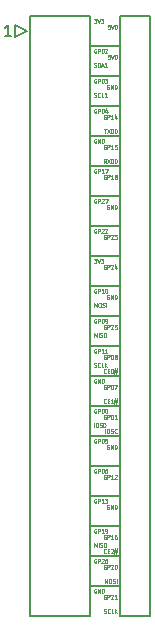
<source format=gbr>
G04 #@! TF.FileFunction,Legend,Top*
%FSLAX46Y46*%
G04 Gerber Fmt 4.6, Leading zero omitted, Abs format (unit mm)*
G04 Created by KiCad (PCBNEW 4.0.2+dfsg1-stable) date Sat 24 Sep 2016 11:32:42 AM MDT*
%MOMM*%
G01*
G04 APERTURE LIST*
%ADD10C,0.100000*%
%ADD11C,0.063500*%
%ADD12C,0.127000*%
%ADD13C,0.150000*%
G04 APERTURE END LIST*
D10*
D11*
X132098143Y-149326600D02*
X132067905Y-149308457D01*
X132022548Y-149308457D01*
X131977190Y-149326600D01*
X131946952Y-149362886D01*
X131931833Y-149399171D01*
X131916714Y-149471743D01*
X131916714Y-149526171D01*
X131931833Y-149598743D01*
X131946952Y-149635029D01*
X131977190Y-149671314D01*
X132022548Y-149689457D01*
X132052786Y-149689457D01*
X132098143Y-149671314D01*
X132113262Y-149653171D01*
X132113262Y-149526171D01*
X132052786Y-149526171D01*
X132249333Y-149689457D02*
X132249333Y-149308457D01*
X132370286Y-149308457D01*
X132400524Y-149326600D01*
X132415643Y-149344743D01*
X132430762Y-149381029D01*
X132430762Y-149435457D01*
X132415643Y-149471743D01*
X132400524Y-149489886D01*
X132370286Y-149508029D01*
X132249333Y-149508029D01*
X132551714Y-149344743D02*
X132566833Y-149326600D01*
X132597071Y-149308457D01*
X132672667Y-149308457D01*
X132702905Y-149326600D01*
X132718024Y-149344743D01*
X132733143Y-149381029D01*
X132733143Y-149417314D01*
X132718024Y-149471743D01*
X132536595Y-149689457D01*
X132733143Y-149689457D01*
X133035524Y-149689457D02*
X132854095Y-149689457D01*
X132944809Y-149689457D02*
X132944809Y-149308457D01*
X132914571Y-149362886D01*
X132884333Y-149399171D01*
X132854095Y-149417314D01*
X131962071Y-150865114D02*
X132007428Y-150883257D01*
X132083024Y-150883257D01*
X132113262Y-150865114D01*
X132128381Y-150846971D01*
X132143500Y-150810686D01*
X132143500Y-150774400D01*
X132128381Y-150738114D01*
X132113262Y-150719971D01*
X132083024Y-150701829D01*
X132022547Y-150683686D01*
X131992309Y-150665543D01*
X131977190Y-150647400D01*
X131962071Y-150611114D01*
X131962071Y-150574829D01*
X131977190Y-150538543D01*
X131992309Y-150520400D01*
X132022547Y-150502257D01*
X132098143Y-150502257D01*
X132143500Y-150520400D01*
X132461000Y-150846971D02*
X132445881Y-150865114D01*
X132400524Y-150883257D01*
X132370286Y-150883257D01*
X132324928Y-150865114D01*
X132294690Y-150828829D01*
X132279571Y-150792543D01*
X132264452Y-150719971D01*
X132264452Y-150665543D01*
X132279571Y-150592971D01*
X132294690Y-150556686D01*
X132324928Y-150520400D01*
X132370286Y-150502257D01*
X132400524Y-150502257D01*
X132445881Y-150520400D01*
X132461000Y-150538543D01*
X132748262Y-150883257D02*
X132597071Y-150883257D01*
X132597071Y-150502257D01*
X132854095Y-150883257D02*
X132854095Y-150502257D01*
X133035524Y-150883257D02*
X132899452Y-150665543D01*
X133035524Y-150502257D02*
X132854095Y-150719971D01*
X131305905Y-148818600D02*
X131275667Y-148800457D01*
X131230310Y-148800457D01*
X131184952Y-148818600D01*
X131154714Y-148854886D01*
X131139595Y-148891171D01*
X131124476Y-148963743D01*
X131124476Y-149018171D01*
X131139595Y-149090743D01*
X131154714Y-149127029D01*
X131184952Y-149163314D01*
X131230310Y-149181457D01*
X131260548Y-149181457D01*
X131305905Y-149163314D01*
X131321024Y-149145171D01*
X131321024Y-149018171D01*
X131260548Y-149018171D01*
X131457095Y-149181457D02*
X131457095Y-148800457D01*
X131638524Y-149181457D01*
X131638524Y-148800457D01*
X131789714Y-149181457D02*
X131789714Y-148800457D01*
X131865309Y-148800457D01*
X131910667Y-148818600D01*
X131940905Y-148854886D01*
X131956024Y-148891171D01*
X131971143Y-148963743D01*
X131971143Y-149018171D01*
X131956024Y-149090743D01*
X131940905Y-149127029D01*
X131910667Y-149163314D01*
X131865309Y-149181457D01*
X131789714Y-149181457D01*
X132098143Y-146786600D02*
X132067905Y-146768457D01*
X132022548Y-146768457D01*
X131977190Y-146786600D01*
X131946952Y-146822886D01*
X131931833Y-146859171D01*
X131916714Y-146931743D01*
X131916714Y-146986171D01*
X131931833Y-147058743D01*
X131946952Y-147095029D01*
X131977190Y-147131314D01*
X132022548Y-147149457D01*
X132052786Y-147149457D01*
X132098143Y-147131314D01*
X132113262Y-147113171D01*
X132113262Y-146986171D01*
X132052786Y-146986171D01*
X132249333Y-147149457D02*
X132249333Y-146768457D01*
X132370286Y-146768457D01*
X132400524Y-146786600D01*
X132415643Y-146804743D01*
X132430762Y-146841029D01*
X132430762Y-146895457D01*
X132415643Y-146931743D01*
X132400524Y-146949886D01*
X132370286Y-146968029D01*
X132249333Y-146968029D01*
X132551714Y-146804743D02*
X132566833Y-146786600D01*
X132597071Y-146768457D01*
X132672667Y-146768457D01*
X132702905Y-146786600D01*
X132718024Y-146804743D01*
X132733143Y-146841029D01*
X132733143Y-146877314D01*
X132718024Y-146931743D01*
X132536595Y-147149457D01*
X132733143Y-147149457D01*
X132929690Y-146768457D02*
X132959929Y-146768457D01*
X132990167Y-146786600D01*
X133005286Y-146804743D01*
X133020405Y-146841029D01*
X133035524Y-146913600D01*
X133035524Y-147004314D01*
X133020405Y-147076886D01*
X133005286Y-147113171D01*
X132990167Y-147131314D01*
X132959929Y-147149457D01*
X132929690Y-147149457D01*
X132899452Y-147131314D01*
X132884333Y-147113171D01*
X132869214Y-147076886D01*
X132854095Y-147004314D01*
X132854095Y-146913600D01*
X132869214Y-146841029D01*
X132884333Y-146804743D01*
X132899452Y-146786600D01*
X132929690Y-146768457D01*
X132022548Y-148343257D02*
X132022548Y-147962257D01*
X132128382Y-148234400D01*
X132234215Y-147962257D01*
X132234215Y-148343257D01*
X132445881Y-147962257D02*
X132506358Y-147962257D01*
X132536596Y-147980400D01*
X132566834Y-148016686D01*
X132581953Y-148089257D01*
X132581953Y-148216257D01*
X132566834Y-148288829D01*
X132536596Y-148325114D01*
X132506358Y-148343257D01*
X132445881Y-148343257D01*
X132415643Y-148325114D01*
X132385405Y-148288829D01*
X132370286Y-148216257D01*
X132370286Y-148089257D01*
X132385405Y-148016686D01*
X132415643Y-147980400D01*
X132445881Y-147962257D01*
X132702905Y-148325114D02*
X132748262Y-148343257D01*
X132823858Y-148343257D01*
X132854096Y-148325114D01*
X132869215Y-148306971D01*
X132884334Y-148270686D01*
X132884334Y-148234400D01*
X132869215Y-148198114D01*
X132854096Y-148179971D01*
X132823858Y-148161829D01*
X132763381Y-148143686D01*
X132733143Y-148125543D01*
X132718024Y-148107400D01*
X132702905Y-148071114D01*
X132702905Y-148034829D01*
X132718024Y-147998543D01*
X132733143Y-147980400D01*
X132763381Y-147962257D01*
X132838977Y-147962257D01*
X132884334Y-147980400D01*
X133020405Y-148343257D02*
X133020405Y-147962257D01*
X131305905Y-146278600D02*
X131275667Y-146260457D01*
X131230310Y-146260457D01*
X131184952Y-146278600D01*
X131154714Y-146314886D01*
X131139595Y-146351171D01*
X131124476Y-146423743D01*
X131124476Y-146478171D01*
X131139595Y-146550743D01*
X131154714Y-146587029D01*
X131184952Y-146623314D01*
X131230310Y-146641457D01*
X131260548Y-146641457D01*
X131305905Y-146623314D01*
X131321024Y-146605171D01*
X131321024Y-146478171D01*
X131260548Y-146478171D01*
X131457095Y-146641457D02*
X131457095Y-146260457D01*
X131578048Y-146260457D01*
X131608286Y-146278600D01*
X131623405Y-146296743D01*
X131638524Y-146333029D01*
X131638524Y-146387457D01*
X131623405Y-146423743D01*
X131608286Y-146441886D01*
X131578048Y-146460029D01*
X131457095Y-146460029D01*
X131759476Y-146296743D02*
X131774595Y-146278600D01*
X131804833Y-146260457D01*
X131880429Y-146260457D01*
X131910667Y-146278600D01*
X131925786Y-146296743D01*
X131940905Y-146333029D01*
X131940905Y-146369314D01*
X131925786Y-146423743D01*
X131744357Y-146641457D01*
X131940905Y-146641457D01*
X132213048Y-146260457D02*
X132152571Y-146260457D01*
X132122333Y-146278600D01*
X132107214Y-146296743D01*
X132076976Y-146351171D01*
X132061857Y-146423743D01*
X132061857Y-146568886D01*
X132076976Y-146605171D01*
X132092095Y-146623314D01*
X132122333Y-146641457D01*
X132182810Y-146641457D01*
X132213048Y-146623314D01*
X132228167Y-146605171D01*
X132243286Y-146568886D01*
X132243286Y-146478171D01*
X132228167Y-146441886D01*
X132213048Y-146423743D01*
X132182810Y-146405600D01*
X132122333Y-146405600D01*
X132092095Y-146423743D01*
X132076976Y-146441886D01*
X132061857Y-146478171D01*
X132098143Y-144246600D02*
X132067905Y-144228457D01*
X132022548Y-144228457D01*
X131977190Y-144246600D01*
X131946952Y-144282886D01*
X131931833Y-144319171D01*
X131916714Y-144391743D01*
X131916714Y-144446171D01*
X131931833Y-144518743D01*
X131946952Y-144555029D01*
X131977190Y-144591314D01*
X132022548Y-144609457D01*
X132052786Y-144609457D01*
X132098143Y-144591314D01*
X132113262Y-144573171D01*
X132113262Y-144446171D01*
X132052786Y-144446171D01*
X132249333Y-144609457D02*
X132249333Y-144228457D01*
X132370286Y-144228457D01*
X132400524Y-144246600D01*
X132415643Y-144264743D01*
X132430762Y-144301029D01*
X132430762Y-144355457D01*
X132415643Y-144391743D01*
X132400524Y-144409886D01*
X132370286Y-144428029D01*
X132249333Y-144428029D01*
X132733143Y-144609457D02*
X132551714Y-144609457D01*
X132642428Y-144609457D02*
X132642428Y-144228457D01*
X132612190Y-144282886D01*
X132581952Y-144319171D01*
X132551714Y-144337314D01*
X133005286Y-144228457D02*
X132944809Y-144228457D01*
X132914571Y-144246600D01*
X132899452Y-144264743D01*
X132869214Y-144319171D01*
X132854095Y-144391743D01*
X132854095Y-144536886D01*
X132869214Y-144573171D01*
X132884333Y-144591314D01*
X132914571Y-144609457D01*
X132975048Y-144609457D01*
X133005286Y-144591314D01*
X133020405Y-144573171D01*
X133035524Y-144536886D01*
X133035524Y-144446171D01*
X133020405Y-144409886D01*
X133005286Y-144391743D01*
X132975048Y-144373600D01*
X132914571Y-144373600D01*
X132884333Y-144391743D01*
X132869214Y-144409886D01*
X132854095Y-144446171D01*
X132128381Y-145766971D02*
X132113262Y-145785114D01*
X132067905Y-145803257D01*
X132037667Y-145803257D01*
X131992309Y-145785114D01*
X131962071Y-145748829D01*
X131946952Y-145712543D01*
X131931833Y-145639971D01*
X131931833Y-145585543D01*
X131946952Y-145512971D01*
X131962071Y-145476686D01*
X131992309Y-145440400D01*
X132037667Y-145422257D01*
X132067905Y-145422257D01*
X132113262Y-145440400D01*
X132128381Y-145458543D01*
X132264452Y-145603686D02*
X132370286Y-145603686D01*
X132415643Y-145803257D02*
X132264452Y-145803257D01*
X132264452Y-145422257D01*
X132415643Y-145422257D01*
X132536595Y-145458543D02*
X132551714Y-145440400D01*
X132581952Y-145422257D01*
X132657548Y-145422257D01*
X132687786Y-145440400D01*
X132702905Y-145458543D01*
X132718024Y-145494829D01*
X132718024Y-145531114D01*
X132702905Y-145585543D01*
X132521476Y-145803257D01*
X132718024Y-145803257D01*
X132838976Y-145549257D02*
X133065762Y-145549257D01*
X132929690Y-145385971D02*
X132838976Y-145875829D01*
X133035524Y-145712543D02*
X132808738Y-145712543D01*
X132944810Y-145875829D02*
X133035524Y-145385971D01*
X131305905Y-143738600D02*
X131275667Y-143720457D01*
X131230310Y-143720457D01*
X131184952Y-143738600D01*
X131154714Y-143774886D01*
X131139595Y-143811171D01*
X131124476Y-143883743D01*
X131124476Y-143938171D01*
X131139595Y-144010743D01*
X131154714Y-144047029D01*
X131184952Y-144083314D01*
X131230310Y-144101457D01*
X131260548Y-144101457D01*
X131305905Y-144083314D01*
X131321024Y-144065171D01*
X131321024Y-143938171D01*
X131260548Y-143938171D01*
X131457095Y-144101457D02*
X131457095Y-143720457D01*
X131578048Y-143720457D01*
X131608286Y-143738600D01*
X131623405Y-143756743D01*
X131638524Y-143793029D01*
X131638524Y-143847457D01*
X131623405Y-143883743D01*
X131608286Y-143901886D01*
X131578048Y-143920029D01*
X131457095Y-143920029D01*
X131940905Y-144101457D02*
X131759476Y-144101457D01*
X131850190Y-144101457D02*
X131850190Y-143720457D01*
X131819952Y-143774886D01*
X131789714Y-143811171D01*
X131759476Y-143829314D01*
X132092095Y-144101457D02*
X132152571Y-144101457D01*
X132182810Y-144083314D01*
X132197929Y-144065171D01*
X132228167Y-144010743D01*
X132243286Y-143938171D01*
X132243286Y-143793029D01*
X132228167Y-143756743D01*
X132213048Y-143738600D01*
X132182810Y-143720457D01*
X132122333Y-143720457D01*
X132092095Y-143738600D01*
X132076976Y-143756743D01*
X132061857Y-143793029D01*
X132061857Y-143883743D01*
X132076976Y-143920029D01*
X132092095Y-143938171D01*
X132122333Y-143956314D01*
X132182810Y-143956314D01*
X132213048Y-143938171D01*
X132228167Y-143920029D01*
X132243286Y-143883743D01*
X131139595Y-145295257D02*
X131139595Y-144914257D01*
X131245429Y-145186400D01*
X131351262Y-144914257D01*
X131351262Y-145295257D01*
X131502452Y-145295257D02*
X131502452Y-144914257D01*
X131638523Y-145277114D02*
X131683880Y-145295257D01*
X131759476Y-145295257D01*
X131789714Y-145277114D01*
X131804833Y-145258971D01*
X131819952Y-145222686D01*
X131819952Y-145186400D01*
X131804833Y-145150114D01*
X131789714Y-145131971D01*
X131759476Y-145113829D01*
X131698999Y-145095686D01*
X131668761Y-145077543D01*
X131653642Y-145059400D01*
X131638523Y-145023114D01*
X131638523Y-144986829D01*
X131653642Y-144950543D01*
X131668761Y-144932400D01*
X131698999Y-144914257D01*
X131774595Y-144914257D01*
X131819952Y-144932400D01*
X132016499Y-144914257D02*
X132076976Y-144914257D01*
X132107214Y-144932400D01*
X132137452Y-144968686D01*
X132152571Y-145041257D01*
X132152571Y-145168257D01*
X132137452Y-145240829D01*
X132107214Y-145277114D01*
X132076976Y-145295257D01*
X132016499Y-145295257D01*
X131986261Y-145277114D01*
X131956023Y-145240829D01*
X131940904Y-145168257D01*
X131940904Y-145041257D01*
X131956023Y-144968686D01*
X131986261Y-144932400D01*
X132016499Y-144914257D01*
X132370286Y-141706600D02*
X132340048Y-141688457D01*
X132294691Y-141688457D01*
X132249333Y-141706600D01*
X132219095Y-141742886D01*
X132203976Y-141779171D01*
X132188857Y-141851743D01*
X132188857Y-141906171D01*
X132203976Y-141978743D01*
X132219095Y-142015029D01*
X132249333Y-142051314D01*
X132294691Y-142069457D01*
X132324929Y-142069457D01*
X132370286Y-142051314D01*
X132385405Y-142033171D01*
X132385405Y-141906171D01*
X132324929Y-141906171D01*
X132521476Y-142069457D02*
X132521476Y-141688457D01*
X132702905Y-142069457D01*
X132702905Y-141688457D01*
X132854095Y-142069457D02*
X132854095Y-141688457D01*
X132929690Y-141688457D01*
X132975048Y-141706600D01*
X133005286Y-141742886D01*
X133020405Y-141779171D01*
X133035524Y-141851743D01*
X133035524Y-141906171D01*
X133020405Y-141978743D01*
X133005286Y-142015029D01*
X132975048Y-142051314D01*
X132929690Y-142069457D01*
X132854095Y-142069457D01*
X131305905Y-141198600D02*
X131275667Y-141180457D01*
X131230310Y-141180457D01*
X131184952Y-141198600D01*
X131154714Y-141234886D01*
X131139595Y-141271171D01*
X131124476Y-141343743D01*
X131124476Y-141398171D01*
X131139595Y-141470743D01*
X131154714Y-141507029D01*
X131184952Y-141543314D01*
X131230310Y-141561457D01*
X131260548Y-141561457D01*
X131305905Y-141543314D01*
X131321024Y-141525171D01*
X131321024Y-141398171D01*
X131260548Y-141398171D01*
X131457095Y-141561457D02*
X131457095Y-141180457D01*
X131578048Y-141180457D01*
X131608286Y-141198600D01*
X131623405Y-141216743D01*
X131638524Y-141253029D01*
X131638524Y-141307457D01*
X131623405Y-141343743D01*
X131608286Y-141361886D01*
X131578048Y-141380029D01*
X131457095Y-141380029D01*
X131940905Y-141561457D02*
X131759476Y-141561457D01*
X131850190Y-141561457D02*
X131850190Y-141180457D01*
X131819952Y-141234886D01*
X131789714Y-141271171D01*
X131759476Y-141289314D01*
X132046738Y-141180457D02*
X132243286Y-141180457D01*
X132137452Y-141325600D01*
X132182810Y-141325600D01*
X132213048Y-141343743D01*
X132228167Y-141361886D01*
X132243286Y-141398171D01*
X132243286Y-141488886D01*
X132228167Y-141525171D01*
X132213048Y-141543314D01*
X132182810Y-141561457D01*
X132092095Y-141561457D01*
X132061857Y-141543314D01*
X132046738Y-141525171D01*
X132098143Y-139166600D02*
X132067905Y-139148457D01*
X132022548Y-139148457D01*
X131977190Y-139166600D01*
X131946952Y-139202886D01*
X131931833Y-139239171D01*
X131916714Y-139311743D01*
X131916714Y-139366171D01*
X131931833Y-139438743D01*
X131946952Y-139475029D01*
X131977190Y-139511314D01*
X132022548Y-139529457D01*
X132052786Y-139529457D01*
X132098143Y-139511314D01*
X132113262Y-139493171D01*
X132113262Y-139366171D01*
X132052786Y-139366171D01*
X132249333Y-139529457D02*
X132249333Y-139148457D01*
X132370286Y-139148457D01*
X132400524Y-139166600D01*
X132415643Y-139184743D01*
X132430762Y-139221029D01*
X132430762Y-139275457D01*
X132415643Y-139311743D01*
X132400524Y-139329886D01*
X132370286Y-139348029D01*
X132249333Y-139348029D01*
X132733143Y-139529457D02*
X132551714Y-139529457D01*
X132642428Y-139529457D02*
X132642428Y-139148457D01*
X132612190Y-139202886D01*
X132581952Y-139239171D01*
X132551714Y-139257314D01*
X132854095Y-139184743D02*
X132869214Y-139166600D01*
X132899452Y-139148457D01*
X132975048Y-139148457D01*
X133005286Y-139166600D01*
X133020405Y-139184743D01*
X133035524Y-139221029D01*
X133035524Y-139257314D01*
X133020405Y-139311743D01*
X132838976Y-139529457D01*
X133035524Y-139529457D01*
X131305905Y-138658600D02*
X131275667Y-138640457D01*
X131230310Y-138640457D01*
X131184952Y-138658600D01*
X131154714Y-138694886D01*
X131139595Y-138731171D01*
X131124476Y-138803743D01*
X131124476Y-138858171D01*
X131139595Y-138930743D01*
X131154714Y-138967029D01*
X131184952Y-139003314D01*
X131230310Y-139021457D01*
X131260548Y-139021457D01*
X131305905Y-139003314D01*
X131321024Y-138985171D01*
X131321024Y-138858171D01*
X131260548Y-138858171D01*
X131457095Y-139021457D02*
X131457095Y-138640457D01*
X131578048Y-138640457D01*
X131608286Y-138658600D01*
X131623405Y-138676743D01*
X131638524Y-138713029D01*
X131638524Y-138767457D01*
X131623405Y-138803743D01*
X131608286Y-138821886D01*
X131578048Y-138840029D01*
X131457095Y-138840029D01*
X131835071Y-138640457D02*
X131865310Y-138640457D01*
X131895548Y-138658600D01*
X131910667Y-138676743D01*
X131925786Y-138713029D01*
X131940905Y-138785600D01*
X131940905Y-138876314D01*
X131925786Y-138948886D01*
X131910667Y-138985171D01*
X131895548Y-139003314D01*
X131865310Y-139021457D01*
X131835071Y-139021457D01*
X131804833Y-139003314D01*
X131789714Y-138985171D01*
X131774595Y-138948886D01*
X131759476Y-138876314D01*
X131759476Y-138785600D01*
X131774595Y-138713029D01*
X131789714Y-138676743D01*
X131804833Y-138658600D01*
X131835071Y-138640457D01*
X132213048Y-138640457D02*
X132152571Y-138640457D01*
X132122333Y-138658600D01*
X132107214Y-138676743D01*
X132076976Y-138731171D01*
X132061857Y-138803743D01*
X132061857Y-138948886D01*
X132076976Y-138985171D01*
X132092095Y-139003314D01*
X132122333Y-139021457D01*
X132182810Y-139021457D01*
X132213048Y-139003314D01*
X132228167Y-138985171D01*
X132243286Y-138948886D01*
X132243286Y-138858171D01*
X132228167Y-138821886D01*
X132213048Y-138803743D01*
X132182810Y-138785600D01*
X132122333Y-138785600D01*
X132092095Y-138803743D01*
X132076976Y-138821886D01*
X132061857Y-138858171D01*
X132370286Y-136626600D02*
X132340048Y-136608457D01*
X132294691Y-136608457D01*
X132249333Y-136626600D01*
X132219095Y-136662886D01*
X132203976Y-136699171D01*
X132188857Y-136771743D01*
X132188857Y-136826171D01*
X132203976Y-136898743D01*
X132219095Y-136935029D01*
X132249333Y-136971314D01*
X132294691Y-136989457D01*
X132324929Y-136989457D01*
X132370286Y-136971314D01*
X132385405Y-136953171D01*
X132385405Y-136826171D01*
X132324929Y-136826171D01*
X132521476Y-136989457D02*
X132521476Y-136608457D01*
X132702905Y-136989457D01*
X132702905Y-136608457D01*
X132854095Y-136989457D02*
X132854095Y-136608457D01*
X132929690Y-136608457D01*
X132975048Y-136626600D01*
X133005286Y-136662886D01*
X133020405Y-136699171D01*
X133035524Y-136771743D01*
X133035524Y-136826171D01*
X133020405Y-136898743D01*
X133005286Y-136935029D01*
X132975048Y-136971314D01*
X132929690Y-136989457D01*
X132854095Y-136989457D01*
X131305905Y-136118600D02*
X131275667Y-136100457D01*
X131230310Y-136100457D01*
X131184952Y-136118600D01*
X131154714Y-136154886D01*
X131139595Y-136191171D01*
X131124476Y-136263743D01*
X131124476Y-136318171D01*
X131139595Y-136390743D01*
X131154714Y-136427029D01*
X131184952Y-136463314D01*
X131230310Y-136481457D01*
X131260548Y-136481457D01*
X131305905Y-136463314D01*
X131321024Y-136445171D01*
X131321024Y-136318171D01*
X131260548Y-136318171D01*
X131457095Y-136481457D02*
X131457095Y-136100457D01*
X131578048Y-136100457D01*
X131608286Y-136118600D01*
X131623405Y-136136743D01*
X131638524Y-136173029D01*
X131638524Y-136227457D01*
X131623405Y-136263743D01*
X131608286Y-136281886D01*
X131578048Y-136300029D01*
X131457095Y-136300029D01*
X131835071Y-136100457D02*
X131865310Y-136100457D01*
X131895548Y-136118600D01*
X131910667Y-136136743D01*
X131925786Y-136173029D01*
X131940905Y-136245600D01*
X131940905Y-136336314D01*
X131925786Y-136408886D01*
X131910667Y-136445171D01*
X131895548Y-136463314D01*
X131865310Y-136481457D01*
X131835071Y-136481457D01*
X131804833Y-136463314D01*
X131789714Y-136445171D01*
X131774595Y-136408886D01*
X131759476Y-136336314D01*
X131759476Y-136245600D01*
X131774595Y-136173029D01*
X131789714Y-136136743D01*
X131804833Y-136118600D01*
X131835071Y-136100457D01*
X132228167Y-136100457D02*
X132076976Y-136100457D01*
X132061857Y-136281886D01*
X132076976Y-136263743D01*
X132107214Y-136245600D01*
X132182810Y-136245600D01*
X132213048Y-136263743D01*
X132228167Y-136281886D01*
X132243286Y-136318171D01*
X132243286Y-136408886D01*
X132228167Y-136445171D01*
X132213048Y-136463314D01*
X132182810Y-136481457D01*
X132107214Y-136481457D01*
X132076976Y-136463314D01*
X132061857Y-136445171D01*
X132098143Y-131546600D02*
X132067905Y-131528457D01*
X132022548Y-131528457D01*
X131977190Y-131546600D01*
X131946952Y-131582886D01*
X131931833Y-131619171D01*
X131916714Y-131691743D01*
X131916714Y-131746171D01*
X131931833Y-131818743D01*
X131946952Y-131855029D01*
X131977190Y-131891314D01*
X132022548Y-131909457D01*
X132052786Y-131909457D01*
X132098143Y-131891314D01*
X132113262Y-131873171D01*
X132113262Y-131746171D01*
X132052786Y-131746171D01*
X132249333Y-131909457D02*
X132249333Y-131528457D01*
X132370286Y-131528457D01*
X132400524Y-131546600D01*
X132415643Y-131564743D01*
X132430762Y-131601029D01*
X132430762Y-131655457D01*
X132415643Y-131691743D01*
X132400524Y-131709886D01*
X132370286Y-131728029D01*
X132249333Y-131728029D01*
X132627309Y-131528457D02*
X132657548Y-131528457D01*
X132687786Y-131546600D01*
X132702905Y-131564743D01*
X132718024Y-131601029D01*
X132733143Y-131673600D01*
X132733143Y-131764314D01*
X132718024Y-131836886D01*
X132702905Y-131873171D01*
X132687786Y-131891314D01*
X132657548Y-131909457D01*
X132627309Y-131909457D01*
X132597071Y-131891314D01*
X132581952Y-131873171D01*
X132566833Y-131836886D01*
X132551714Y-131764314D01*
X132551714Y-131673600D01*
X132566833Y-131601029D01*
X132581952Y-131564743D01*
X132597071Y-131546600D01*
X132627309Y-131528457D01*
X132838976Y-131528457D02*
X133050643Y-131528457D01*
X132914571Y-131909457D01*
X132128381Y-133066971D02*
X132113262Y-133085114D01*
X132067905Y-133103257D01*
X132037667Y-133103257D01*
X131992309Y-133085114D01*
X131962071Y-133048829D01*
X131946952Y-133012543D01*
X131931833Y-132939971D01*
X131931833Y-132885543D01*
X131946952Y-132812971D01*
X131962071Y-132776686D01*
X131992309Y-132740400D01*
X132037667Y-132722257D01*
X132067905Y-132722257D01*
X132113262Y-132740400D01*
X132128381Y-132758543D01*
X132264452Y-132903686D02*
X132370286Y-132903686D01*
X132415643Y-133103257D02*
X132264452Y-133103257D01*
X132264452Y-132722257D01*
X132415643Y-132722257D01*
X132718024Y-133103257D02*
X132536595Y-133103257D01*
X132627309Y-133103257D02*
X132627309Y-132722257D01*
X132597071Y-132776686D01*
X132566833Y-132812971D01*
X132536595Y-132831114D01*
X132838976Y-132849257D02*
X133065762Y-132849257D01*
X132929690Y-132685971D02*
X132838976Y-133175829D01*
X133035524Y-133012543D02*
X132808738Y-133012543D01*
X132944810Y-133175829D02*
X133035524Y-132685971D01*
X131305905Y-131038600D02*
X131275667Y-131020457D01*
X131230310Y-131020457D01*
X131184952Y-131038600D01*
X131154714Y-131074886D01*
X131139595Y-131111171D01*
X131124476Y-131183743D01*
X131124476Y-131238171D01*
X131139595Y-131310743D01*
X131154714Y-131347029D01*
X131184952Y-131383314D01*
X131230310Y-131401457D01*
X131260548Y-131401457D01*
X131305905Y-131383314D01*
X131321024Y-131365171D01*
X131321024Y-131238171D01*
X131260548Y-131238171D01*
X131457095Y-131401457D02*
X131457095Y-131020457D01*
X131638524Y-131401457D01*
X131638524Y-131020457D01*
X131789714Y-131401457D02*
X131789714Y-131020457D01*
X131865309Y-131020457D01*
X131910667Y-131038600D01*
X131940905Y-131074886D01*
X131956024Y-131111171D01*
X131971143Y-131183743D01*
X131971143Y-131238171D01*
X131956024Y-131310743D01*
X131940905Y-131347029D01*
X131910667Y-131383314D01*
X131865309Y-131401457D01*
X131789714Y-131401457D01*
X132098143Y-134086600D02*
X132067905Y-134068457D01*
X132022548Y-134068457D01*
X131977190Y-134086600D01*
X131946952Y-134122886D01*
X131931833Y-134159171D01*
X131916714Y-134231743D01*
X131916714Y-134286171D01*
X131931833Y-134358743D01*
X131946952Y-134395029D01*
X131977190Y-134431314D01*
X132022548Y-134449457D01*
X132052786Y-134449457D01*
X132098143Y-134431314D01*
X132113262Y-134413171D01*
X132113262Y-134286171D01*
X132052786Y-134286171D01*
X132249333Y-134449457D02*
X132249333Y-134068457D01*
X132370286Y-134068457D01*
X132400524Y-134086600D01*
X132415643Y-134104743D01*
X132430762Y-134141029D01*
X132430762Y-134195457D01*
X132415643Y-134231743D01*
X132400524Y-134249886D01*
X132370286Y-134268029D01*
X132249333Y-134268029D01*
X132627309Y-134068457D02*
X132657548Y-134068457D01*
X132687786Y-134086600D01*
X132702905Y-134104743D01*
X132718024Y-134141029D01*
X132733143Y-134213600D01*
X132733143Y-134304314D01*
X132718024Y-134376886D01*
X132702905Y-134413171D01*
X132687786Y-134431314D01*
X132657548Y-134449457D01*
X132627309Y-134449457D01*
X132597071Y-134431314D01*
X132581952Y-134413171D01*
X132566833Y-134376886D01*
X132551714Y-134304314D01*
X132551714Y-134213600D01*
X132566833Y-134141029D01*
X132581952Y-134104743D01*
X132597071Y-134086600D01*
X132627309Y-134068457D01*
X133035524Y-134449457D02*
X132854095Y-134449457D01*
X132944809Y-134449457D02*
X132944809Y-134068457D01*
X132914571Y-134122886D01*
X132884333Y-134159171D01*
X132854095Y-134177314D01*
X132083024Y-135643257D02*
X132083024Y-135262257D01*
X132234214Y-135643257D02*
X132234214Y-135262257D01*
X132309809Y-135262257D01*
X132355167Y-135280400D01*
X132385405Y-135316686D01*
X132400524Y-135352971D01*
X132415643Y-135425543D01*
X132415643Y-135479971D01*
X132400524Y-135552543D01*
X132385405Y-135588829D01*
X132355167Y-135625114D01*
X132309809Y-135643257D01*
X132234214Y-135643257D01*
X132536595Y-135625114D02*
X132581952Y-135643257D01*
X132657548Y-135643257D01*
X132687786Y-135625114D01*
X132702905Y-135606971D01*
X132718024Y-135570686D01*
X132718024Y-135534400D01*
X132702905Y-135498114D01*
X132687786Y-135479971D01*
X132657548Y-135461829D01*
X132597071Y-135443686D01*
X132566833Y-135425543D01*
X132551714Y-135407400D01*
X132536595Y-135371114D01*
X132536595Y-135334829D01*
X132551714Y-135298543D01*
X132566833Y-135280400D01*
X132597071Y-135262257D01*
X132672667Y-135262257D01*
X132718024Y-135280400D01*
X133035524Y-135606971D02*
X133020405Y-135625114D01*
X132975048Y-135643257D01*
X132944810Y-135643257D01*
X132899452Y-135625114D01*
X132869214Y-135588829D01*
X132854095Y-135552543D01*
X132838976Y-135479971D01*
X132838976Y-135425543D01*
X132854095Y-135352971D01*
X132869214Y-135316686D01*
X132899452Y-135280400D01*
X132944810Y-135262257D01*
X132975048Y-135262257D01*
X133020405Y-135280400D01*
X133035524Y-135298543D01*
X131305905Y-133578600D02*
X131275667Y-133560457D01*
X131230310Y-133560457D01*
X131184952Y-133578600D01*
X131154714Y-133614886D01*
X131139595Y-133651171D01*
X131124476Y-133723743D01*
X131124476Y-133778171D01*
X131139595Y-133850743D01*
X131154714Y-133887029D01*
X131184952Y-133923314D01*
X131230310Y-133941457D01*
X131260548Y-133941457D01*
X131305905Y-133923314D01*
X131321024Y-133905171D01*
X131321024Y-133778171D01*
X131260548Y-133778171D01*
X131457095Y-133941457D02*
X131457095Y-133560457D01*
X131578048Y-133560457D01*
X131608286Y-133578600D01*
X131623405Y-133596743D01*
X131638524Y-133633029D01*
X131638524Y-133687457D01*
X131623405Y-133723743D01*
X131608286Y-133741886D01*
X131578048Y-133760029D01*
X131457095Y-133760029D01*
X131835071Y-133560457D02*
X131865310Y-133560457D01*
X131895548Y-133578600D01*
X131910667Y-133596743D01*
X131925786Y-133633029D01*
X131940905Y-133705600D01*
X131940905Y-133796314D01*
X131925786Y-133868886D01*
X131910667Y-133905171D01*
X131895548Y-133923314D01*
X131865310Y-133941457D01*
X131835071Y-133941457D01*
X131804833Y-133923314D01*
X131789714Y-133905171D01*
X131774595Y-133868886D01*
X131759476Y-133796314D01*
X131759476Y-133705600D01*
X131774595Y-133633029D01*
X131789714Y-133596743D01*
X131804833Y-133578600D01*
X131835071Y-133560457D01*
X132137452Y-133560457D02*
X132167691Y-133560457D01*
X132197929Y-133578600D01*
X132213048Y-133596743D01*
X132228167Y-133633029D01*
X132243286Y-133705600D01*
X132243286Y-133796314D01*
X132228167Y-133868886D01*
X132213048Y-133905171D01*
X132197929Y-133923314D01*
X132167691Y-133941457D01*
X132137452Y-133941457D01*
X132107214Y-133923314D01*
X132092095Y-133905171D01*
X132076976Y-133868886D01*
X132061857Y-133796314D01*
X132061857Y-133705600D01*
X132076976Y-133633029D01*
X132092095Y-133596743D01*
X132107214Y-133578600D01*
X132137452Y-133560457D01*
X131139595Y-135135257D02*
X131139595Y-134754257D01*
X131290785Y-135135257D02*
X131290785Y-134754257D01*
X131366380Y-134754257D01*
X131411738Y-134772400D01*
X131441976Y-134808686D01*
X131457095Y-134844971D01*
X131472214Y-134917543D01*
X131472214Y-134971971D01*
X131457095Y-135044543D01*
X131441976Y-135080829D01*
X131411738Y-135117114D01*
X131366380Y-135135257D01*
X131290785Y-135135257D01*
X131593166Y-135117114D02*
X131638523Y-135135257D01*
X131714119Y-135135257D01*
X131744357Y-135117114D01*
X131759476Y-135098971D01*
X131774595Y-135062686D01*
X131774595Y-135026400D01*
X131759476Y-134990114D01*
X131744357Y-134971971D01*
X131714119Y-134953829D01*
X131653642Y-134935686D01*
X131623404Y-134917543D01*
X131608285Y-134899400D01*
X131593166Y-134863114D01*
X131593166Y-134826829D01*
X131608285Y-134790543D01*
X131623404Y-134772400D01*
X131653642Y-134754257D01*
X131729238Y-134754257D01*
X131774595Y-134772400D01*
X131910666Y-135135257D02*
X131910666Y-134754257D01*
X131986261Y-134754257D01*
X132031619Y-134772400D01*
X132061857Y-134808686D01*
X132076976Y-134844971D01*
X132092095Y-134917543D01*
X132092095Y-134971971D01*
X132076976Y-135044543D01*
X132061857Y-135080829D01*
X132031619Y-135117114D01*
X131986261Y-135135257D01*
X131910666Y-135135257D01*
X132098143Y-129006600D02*
X132067905Y-128988457D01*
X132022548Y-128988457D01*
X131977190Y-129006600D01*
X131946952Y-129042886D01*
X131931833Y-129079171D01*
X131916714Y-129151743D01*
X131916714Y-129206171D01*
X131931833Y-129278743D01*
X131946952Y-129315029D01*
X131977190Y-129351314D01*
X132022548Y-129369457D01*
X132052786Y-129369457D01*
X132098143Y-129351314D01*
X132113262Y-129333171D01*
X132113262Y-129206171D01*
X132052786Y-129206171D01*
X132249333Y-129369457D02*
X132249333Y-128988457D01*
X132370286Y-128988457D01*
X132400524Y-129006600D01*
X132415643Y-129024743D01*
X132430762Y-129061029D01*
X132430762Y-129115457D01*
X132415643Y-129151743D01*
X132400524Y-129169886D01*
X132370286Y-129188029D01*
X132249333Y-129188029D01*
X132627309Y-128988457D02*
X132657548Y-128988457D01*
X132687786Y-129006600D01*
X132702905Y-129024743D01*
X132718024Y-129061029D01*
X132733143Y-129133600D01*
X132733143Y-129224314D01*
X132718024Y-129296886D01*
X132702905Y-129333171D01*
X132687786Y-129351314D01*
X132657548Y-129369457D01*
X132627309Y-129369457D01*
X132597071Y-129351314D01*
X132581952Y-129333171D01*
X132566833Y-129296886D01*
X132551714Y-129224314D01*
X132551714Y-129133600D01*
X132566833Y-129061029D01*
X132581952Y-129024743D01*
X132597071Y-129006600D01*
X132627309Y-128988457D01*
X132914571Y-129151743D02*
X132884333Y-129133600D01*
X132869214Y-129115457D01*
X132854095Y-129079171D01*
X132854095Y-129061029D01*
X132869214Y-129024743D01*
X132884333Y-129006600D01*
X132914571Y-128988457D01*
X132975048Y-128988457D01*
X133005286Y-129006600D01*
X133020405Y-129024743D01*
X133035524Y-129061029D01*
X133035524Y-129079171D01*
X133020405Y-129115457D01*
X133005286Y-129133600D01*
X132975048Y-129151743D01*
X132914571Y-129151743D01*
X132884333Y-129169886D01*
X132869214Y-129188029D01*
X132854095Y-129224314D01*
X132854095Y-129296886D01*
X132869214Y-129333171D01*
X132884333Y-129351314D01*
X132914571Y-129369457D01*
X132975048Y-129369457D01*
X133005286Y-129351314D01*
X133020405Y-129333171D01*
X133035524Y-129296886D01*
X133035524Y-129224314D01*
X133020405Y-129188029D01*
X133005286Y-129169886D01*
X132975048Y-129151743D01*
X132128381Y-130526971D02*
X132113262Y-130545114D01*
X132067905Y-130563257D01*
X132037667Y-130563257D01*
X131992309Y-130545114D01*
X131962071Y-130508829D01*
X131946952Y-130472543D01*
X131931833Y-130399971D01*
X131931833Y-130345543D01*
X131946952Y-130272971D01*
X131962071Y-130236686D01*
X131992309Y-130200400D01*
X132037667Y-130182257D01*
X132067905Y-130182257D01*
X132113262Y-130200400D01*
X132128381Y-130218543D01*
X132264452Y-130363686D02*
X132370286Y-130363686D01*
X132415643Y-130563257D02*
X132264452Y-130563257D01*
X132264452Y-130182257D01*
X132415643Y-130182257D01*
X132612190Y-130182257D02*
X132642429Y-130182257D01*
X132672667Y-130200400D01*
X132687786Y-130218543D01*
X132702905Y-130254829D01*
X132718024Y-130327400D01*
X132718024Y-130418114D01*
X132702905Y-130490686D01*
X132687786Y-130526971D01*
X132672667Y-130545114D01*
X132642429Y-130563257D01*
X132612190Y-130563257D01*
X132581952Y-130545114D01*
X132566833Y-130526971D01*
X132551714Y-130490686D01*
X132536595Y-130418114D01*
X132536595Y-130327400D01*
X132551714Y-130254829D01*
X132566833Y-130218543D01*
X132581952Y-130200400D01*
X132612190Y-130182257D01*
X132838976Y-130309257D02*
X133065762Y-130309257D01*
X132929690Y-130145971D02*
X132838976Y-130635829D01*
X133035524Y-130472543D02*
X132808738Y-130472543D01*
X132944810Y-130635829D02*
X133035524Y-130145971D01*
X131305905Y-128498600D02*
X131275667Y-128480457D01*
X131230310Y-128480457D01*
X131184952Y-128498600D01*
X131154714Y-128534886D01*
X131139595Y-128571171D01*
X131124476Y-128643743D01*
X131124476Y-128698171D01*
X131139595Y-128770743D01*
X131154714Y-128807029D01*
X131184952Y-128843314D01*
X131230310Y-128861457D01*
X131260548Y-128861457D01*
X131305905Y-128843314D01*
X131321024Y-128825171D01*
X131321024Y-128698171D01*
X131260548Y-128698171D01*
X131457095Y-128861457D02*
X131457095Y-128480457D01*
X131578048Y-128480457D01*
X131608286Y-128498600D01*
X131623405Y-128516743D01*
X131638524Y-128553029D01*
X131638524Y-128607457D01*
X131623405Y-128643743D01*
X131608286Y-128661886D01*
X131578048Y-128680029D01*
X131457095Y-128680029D01*
X131940905Y-128861457D02*
X131759476Y-128861457D01*
X131850190Y-128861457D02*
X131850190Y-128480457D01*
X131819952Y-128534886D01*
X131789714Y-128571171D01*
X131759476Y-128589314D01*
X132243286Y-128861457D02*
X132061857Y-128861457D01*
X132152571Y-128861457D02*
X132152571Y-128480457D01*
X132122333Y-128534886D01*
X132092095Y-128571171D01*
X132061857Y-128589314D01*
X131124476Y-130037114D02*
X131169833Y-130055257D01*
X131245429Y-130055257D01*
X131275667Y-130037114D01*
X131290786Y-130018971D01*
X131305905Y-129982686D01*
X131305905Y-129946400D01*
X131290786Y-129910114D01*
X131275667Y-129891971D01*
X131245429Y-129873829D01*
X131184952Y-129855686D01*
X131154714Y-129837543D01*
X131139595Y-129819400D01*
X131124476Y-129783114D01*
X131124476Y-129746829D01*
X131139595Y-129710543D01*
X131154714Y-129692400D01*
X131184952Y-129674257D01*
X131260548Y-129674257D01*
X131305905Y-129692400D01*
X131623405Y-130018971D02*
X131608286Y-130037114D01*
X131562929Y-130055257D01*
X131532691Y-130055257D01*
X131487333Y-130037114D01*
X131457095Y-130000829D01*
X131441976Y-129964543D01*
X131426857Y-129891971D01*
X131426857Y-129837543D01*
X131441976Y-129764971D01*
X131457095Y-129728686D01*
X131487333Y-129692400D01*
X131532691Y-129674257D01*
X131562929Y-129674257D01*
X131608286Y-129692400D01*
X131623405Y-129710543D01*
X131910667Y-130055257D02*
X131759476Y-130055257D01*
X131759476Y-129674257D01*
X132016500Y-130055257D02*
X132016500Y-129674257D01*
X132197929Y-130055257D02*
X132061857Y-129837543D01*
X132197929Y-129674257D02*
X132016500Y-129891971D01*
X132098143Y-126466600D02*
X132067905Y-126448457D01*
X132022548Y-126448457D01*
X131977190Y-126466600D01*
X131946952Y-126502886D01*
X131931833Y-126539171D01*
X131916714Y-126611743D01*
X131916714Y-126666171D01*
X131931833Y-126738743D01*
X131946952Y-126775029D01*
X131977190Y-126811314D01*
X132022548Y-126829457D01*
X132052786Y-126829457D01*
X132098143Y-126811314D01*
X132113262Y-126793171D01*
X132113262Y-126666171D01*
X132052786Y-126666171D01*
X132249333Y-126829457D02*
X132249333Y-126448457D01*
X132370286Y-126448457D01*
X132400524Y-126466600D01*
X132415643Y-126484743D01*
X132430762Y-126521029D01*
X132430762Y-126575457D01*
X132415643Y-126611743D01*
X132400524Y-126629886D01*
X132370286Y-126648029D01*
X132249333Y-126648029D01*
X132551714Y-126484743D02*
X132566833Y-126466600D01*
X132597071Y-126448457D01*
X132672667Y-126448457D01*
X132702905Y-126466600D01*
X132718024Y-126484743D01*
X132733143Y-126521029D01*
X132733143Y-126557314D01*
X132718024Y-126611743D01*
X132536595Y-126829457D01*
X132733143Y-126829457D01*
X133020405Y-126448457D02*
X132869214Y-126448457D01*
X132854095Y-126629886D01*
X132869214Y-126611743D01*
X132899452Y-126593600D01*
X132975048Y-126593600D01*
X133005286Y-126611743D01*
X133020405Y-126629886D01*
X133035524Y-126666171D01*
X133035524Y-126756886D01*
X133020405Y-126793171D01*
X133005286Y-126811314D01*
X132975048Y-126829457D01*
X132899452Y-126829457D01*
X132869214Y-126811314D01*
X132854095Y-126793171D01*
X131305905Y-125958600D02*
X131275667Y-125940457D01*
X131230310Y-125940457D01*
X131184952Y-125958600D01*
X131154714Y-125994886D01*
X131139595Y-126031171D01*
X131124476Y-126103743D01*
X131124476Y-126158171D01*
X131139595Y-126230743D01*
X131154714Y-126267029D01*
X131184952Y-126303314D01*
X131230310Y-126321457D01*
X131260548Y-126321457D01*
X131305905Y-126303314D01*
X131321024Y-126285171D01*
X131321024Y-126158171D01*
X131260548Y-126158171D01*
X131457095Y-126321457D02*
X131457095Y-125940457D01*
X131578048Y-125940457D01*
X131608286Y-125958600D01*
X131623405Y-125976743D01*
X131638524Y-126013029D01*
X131638524Y-126067457D01*
X131623405Y-126103743D01*
X131608286Y-126121886D01*
X131578048Y-126140029D01*
X131457095Y-126140029D01*
X131835071Y-125940457D02*
X131865310Y-125940457D01*
X131895548Y-125958600D01*
X131910667Y-125976743D01*
X131925786Y-126013029D01*
X131940905Y-126085600D01*
X131940905Y-126176314D01*
X131925786Y-126248886D01*
X131910667Y-126285171D01*
X131895548Y-126303314D01*
X131865310Y-126321457D01*
X131835071Y-126321457D01*
X131804833Y-126303314D01*
X131789714Y-126285171D01*
X131774595Y-126248886D01*
X131759476Y-126176314D01*
X131759476Y-126085600D01*
X131774595Y-126013029D01*
X131789714Y-125976743D01*
X131804833Y-125958600D01*
X131835071Y-125940457D01*
X132092095Y-126321457D02*
X132152571Y-126321457D01*
X132182810Y-126303314D01*
X132197929Y-126285171D01*
X132228167Y-126230743D01*
X132243286Y-126158171D01*
X132243286Y-126013029D01*
X132228167Y-125976743D01*
X132213048Y-125958600D01*
X132182810Y-125940457D01*
X132122333Y-125940457D01*
X132092095Y-125958600D01*
X132076976Y-125976743D01*
X132061857Y-126013029D01*
X132061857Y-126103743D01*
X132076976Y-126140029D01*
X132092095Y-126158171D01*
X132122333Y-126176314D01*
X132182810Y-126176314D01*
X132213048Y-126158171D01*
X132228167Y-126140029D01*
X132243286Y-126103743D01*
X131139595Y-127515257D02*
X131139595Y-127134257D01*
X131245429Y-127406400D01*
X131351262Y-127134257D01*
X131351262Y-127515257D01*
X131502452Y-127515257D02*
X131502452Y-127134257D01*
X131638523Y-127497114D02*
X131683880Y-127515257D01*
X131759476Y-127515257D01*
X131789714Y-127497114D01*
X131804833Y-127478971D01*
X131819952Y-127442686D01*
X131819952Y-127406400D01*
X131804833Y-127370114D01*
X131789714Y-127351971D01*
X131759476Y-127333829D01*
X131698999Y-127315686D01*
X131668761Y-127297543D01*
X131653642Y-127279400D01*
X131638523Y-127243114D01*
X131638523Y-127206829D01*
X131653642Y-127170543D01*
X131668761Y-127152400D01*
X131698999Y-127134257D01*
X131774595Y-127134257D01*
X131819952Y-127152400D01*
X132016499Y-127134257D02*
X132076976Y-127134257D01*
X132107214Y-127152400D01*
X132137452Y-127188686D01*
X132152571Y-127261257D01*
X132152571Y-127388257D01*
X132137452Y-127460829D01*
X132107214Y-127497114D01*
X132076976Y-127515257D01*
X132016499Y-127515257D01*
X131986261Y-127497114D01*
X131956023Y-127460829D01*
X131940904Y-127388257D01*
X131940904Y-127261257D01*
X131956023Y-127188686D01*
X131986261Y-127152400D01*
X132016499Y-127134257D01*
X132370286Y-123926600D02*
X132340048Y-123908457D01*
X132294691Y-123908457D01*
X132249333Y-123926600D01*
X132219095Y-123962886D01*
X132203976Y-123999171D01*
X132188857Y-124071743D01*
X132188857Y-124126171D01*
X132203976Y-124198743D01*
X132219095Y-124235029D01*
X132249333Y-124271314D01*
X132294691Y-124289457D01*
X132324929Y-124289457D01*
X132370286Y-124271314D01*
X132385405Y-124253171D01*
X132385405Y-124126171D01*
X132324929Y-124126171D01*
X132521476Y-124289457D02*
X132521476Y-123908457D01*
X132702905Y-124289457D01*
X132702905Y-123908457D01*
X132854095Y-124289457D02*
X132854095Y-123908457D01*
X132929690Y-123908457D01*
X132975048Y-123926600D01*
X133005286Y-123962886D01*
X133020405Y-123999171D01*
X133035524Y-124071743D01*
X133035524Y-124126171D01*
X133020405Y-124198743D01*
X133005286Y-124235029D01*
X132975048Y-124271314D01*
X132929690Y-124289457D01*
X132854095Y-124289457D01*
X131305905Y-123418600D02*
X131275667Y-123400457D01*
X131230310Y-123400457D01*
X131184952Y-123418600D01*
X131154714Y-123454886D01*
X131139595Y-123491171D01*
X131124476Y-123563743D01*
X131124476Y-123618171D01*
X131139595Y-123690743D01*
X131154714Y-123727029D01*
X131184952Y-123763314D01*
X131230310Y-123781457D01*
X131260548Y-123781457D01*
X131305905Y-123763314D01*
X131321024Y-123745171D01*
X131321024Y-123618171D01*
X131260548Y-123618171D01*
X131457095Y-123781457D02*
X131457095Y-123400457D01*
X131578048Y-123400457D01*
X131608286Y-123418600D01*
X131623405Y-123436743D01*
X131638524Y-123473029D01*
X131638524Y-123527457D01*
X131623405Y-123563743D01*
X131608286Y-123581886D01*
X131578048Y-123600029D01*
X131457095Y-123600029D01*
X131940905Y-123781457D02*
X131759476Y-123781457D01*
X131850190Y-123781457D02*
X131850190Y-123400457D01*
X131819952Y-123454886D01*
X131789714Y-123491171D01*
X131759476Y-123509314D01*
X132137452Y-123400457D02*
X132167691Y-123400457D01*
X132197929Y-123418600D01*
X132213048Y-123436743D01*
X132228167Y-123473029D01*
X132243286Y-123545600D01*
X132243286Y-123636314D01*
X132228167Y-123708886D01*
X132213048Y-123745171D01*
X132197929Y-123763314D01*
X132167691Y-123781457D01*
X132137452Y-123781457D01*
X132107214Y-123763314D01*
X132092095Y-123745171D01*
X132076976Y-123708886D01*
X132061857Y-123636314D01*
X132061857Y-123545600D01*
X132076976Y-123473029D01*
X132092095Y-123436743D01*
X132107214Y-123418600D01*
X132137452Y-123400457D01*
X131139595Y-124975257D02*
X131139595Y-124594257D01*
X131245429Y-124866400D01*
X131351262Y-124594257D01*
X131351262Y-124975257D01*
X131562928Y-124594257D02*
X131623405Y-124594257D01*
X131653643Y-124612400D01*
X131683881Y-124648686D01*
X131699000Y-124721257D01*
X131699000Y-124848257D01*
X131683881Y-124920829D01*
X131653643Y-124957114D01*
X131623405Y-124975257D01*
X131562928Y-124975257D01*
X131532690Y-124957114D01*
X131502452Y-124920829D01*
X131487333Y-124848257D01*
X131487333Y-124721257D01*
X131502452Y-124648686D01*
X131532690Y-124612400D01*
X131562928Y-124594257D01*
X131819952Y-124957114D02*
X131865309Y-124975257D01*
X131940905Y-124975257D01*
X131971143Y-124957114D01*
X131986262Y-124938971D01*
X132001381Y-124902686D01*
X132001381Y-124866400D01*
X131986262Y-124830114D01*
X131971143Y-124811971D01*
X131940905Y-124793829D01*
X131880428Y-124775686D01*
X131850190Y-124757543D01*
X131835071Y-124739400D01*
X131819952Y-124703114D01*
X131819952Y-124666829D01*
X131835071Y-124630543D01*
X131850190Y-124612400D01*
X131880428Y-124594257D01*
X131956024Y-124594257D01*
X132001381Y-124612400D01*
X132137452Y-124975257D02*
X132137452Y-124594257D01*
X132098143Y-118846600D02*
X132067905Y-118828457D01*
X132022548Y-118828457D01*
X131977190Y-118846600D01*
X131946952Y-118882886D01*
X131931833Y-118919171D01*
X131916714Y-118991743D01*
X131916714Y-119046171D01*
X131931833Y-119118743D01*
X131946952Y-119155029D01*
X131977190Y-119191314D01*
X132022548Y-119209457D01*
X132052786Y-119209457D01*
X132098143Y-119191314D01*
X132113262Y-119173171D01*
X132113262Y-119046171D01*
X132052786Y-119046171D01*
X132249333Y-119209457D02*
X132249333Y-118828457D01*
X132370286Y-118828457D01*
X132400524Y-118846600D01*
X132415643Y-118864743D01*
X132430762Y-118901029D01*
X132430762Y-118955457D01*
X132415643Y-118991743D01*
X132400524Y-119009886D01*
X132370286Y-119028029D01*
X132249333Y-119028029D01*
X132551714Y-118864743D02*
X132566833Y-118846600D01*
X132597071Y-118828457D01*
X132672667Y-118828457D01*
X132702905Y-118846600D01*
X132718024Y-118864743D01*
X132733143Y-118901029D01*
X132733143Y-118937314D01*
X132718024Y-118991743D01*
X132536595Y-119209457D01*
X132733143Y-119209457D01*
X132838976Y-118828457D02*
X133035524Y-118828457D01*
X132929690Y-118973600D01*
X132975048Y-118973600D01*
X133005286Y-118991743D01*
X133020405Y-119009886D01*
X133035524Y-119046171D01*
X133035524Y-119136886D01*
X133020405Y-119173171D01*
X133005286Y-119191314D01*
X132975048Y-119209457D01*
X132884333Y-119209457D01*
X132854095Y-119191314D01*
X132838976Y-119173171D01*
X131305905Y-118338600D02*
X131275667Y-118320457D01*
X131230310Y-118320457D01*
X131184952Y-118338600D01*
X131154714Y-118374886D01*
X131139595Y-118411171D01*
X131124476Y-118483743D01*
X131124476Y-118538171D01*
X131139595Y-118610743D01*
X131154714Y-118647029D01*
X131184952Y-118683314D01*
X131230310Y-118701457D01*
X131260548Y-118701457D01*
X131305905Y-118683314D01*
X131321024Y-118665171D01*
X131321024Y-118538171D01*
X131260548Y-118538171D01*
X131457095Y-118701457D02*
X131457095Y-118320457D01*
X131578048Y-118320457D01*
X131608286Y-118338600D01*
X131623405Y-118356743D01*
X131638524Y-118393029D01*
X131638524Y-118447457D01*
X131623405Y-118483743D01*
X131608286Y-118501886D01*
X131578048Y-118520029D01*
X131457095Y-118520029D01*
X131759476Y-118356743D02*
X131774595Y-118338600D01*
X131804833Y-118320457D01*
X131880429Y-118320457D01*
X131910667Y-118338600D01*
X131925786Y-118356743D01*
X131940905Y-118393029D01*
X131940905Y-118429314D01*
X131925786Y-118483743D01*
X131744357Y-118701457D01*
X131940905Y-118701457D01*
X132061857Y-118356743D02*
X132076976Y-118338600D01*
X132107214Y-118320457D01*
X132182810Y-118320457D01*
X132213048Y-118338600D01*
X132228167Y-118356743D01*
X132243286Y-118393029D01*
X132243286Y-118429314D01*
X132228167Y-118483743D01*
X132046738Y-118701457D01*
X132243286Y-118701457D01*
X132098143Y-121386600D02*
X132067905Y-121368457D01*
X132022548Y-121368457D01*
X131977190Y-121386600D01*
X131946952Y-121422886D01*
X131931833Y-121459171D01*
X131916714Y-121531743D01*
X131916714Y-121586171D01*
X131931833Y-121658743D01*
X131946952Y-121695029D01*
X131977190Y-121731314D01*
X132022548Y-121749457D01*
X132052786Y-121749457D01*
X132098143Y-121731314D01*
X132113262Y-121713171D01*
X132113262Y-121586171D01*
X132052786Y-121586171D01*
X132249333Y-121749457D02*
X132249333Y-121368457D01*
X132370286Y-121368457D01*
X132400524Y-121386600D01*
X132415643Y-121404743D01*
X132430762Y-121441029D01*
X132430762Y-121495457D01*
X132415643Y-121531743D01*
X132400524Y-121549886D01*
X132370286Y-121568029D01*
X132249333Y-121568029D01*
X132551714Y-121404743D02*
X132566833Y-121386600D01*
X132597071Y-121368457D01*
X132672667Y-121368457D01*
X132702905Y-121386600D01*
X132718024Y-121404743D01*
X132733143Y-121441029D01*
X132733143Y-121477314D01*
X132718024Y-121531743D01*
X132536595Y-121749457D01*
X132733143Y-121749457D01*
X133005286Y-121495457D02*
X133005286Y-121749457D01*
X132929690Y-121350314D02*
X132854095Y-121622457D01*
X133050643Y-121622457D01*
X131109357Y-120860457D02*
X131305905Y-120860457D01*
X131200071Y-121005600D01*
X131245429Y-121005600D01*
X131275667Y-121023743D01*
X131290786Y-121041886D01*
X131305905Y-121078171D01*
X131305905Y-121168886D01*
X131290786Y-121205171D01*
X131275667Y-121223314D01*
X131245429Y-121241457D01*
X131154714Y-121241457D01*
X131124476Y-121223314D01*
X131109357Y-121205171D01*
X131396619Y-120860457D02*
X131502452Y-121241457D01*
X131608286Y-120860457D01*
X131683881Y-120860457D02*
X131880429Y-120860457D01*
X131774595Y-121005600D01*
X131819953Y-121005600D01*
X131850191Y-121023743D01*
X131865310Y-121041886D01*
X131880429Y-121078171D01*
X131880429Y-121168886D01*
X131865310Y-121205171D01*
X131850191Y-121223314D01*
X131819953Y-121241457D01*
X131729238Y-121241457D01*
X131699000Y-121223314D01*
X131683881Y-121205171D01*
X132370286Y-116306600D02*
X132340048Y-116288457D01*
X132294691Y-116288457D01*
X132249333Y-116306600D01*
X132219095Y-116342886D01*
X132203976Y-116379171D01*
X132188857Y-116451743D01*
X132188857Y-116506171D01*
X132203976Y-116578743D01*
X132219095Y-116615029D01*
X132249333Y-116651314D01*
X132294691Y-116669457D01*
X132324929Y-116669457D01*
X132370286Y-116651314D01*
X132385405Y-116633171D01*
X132385405Y-116506171D01*
X132324929Y-116506171D01*
X132521476Y-116669457D02*
X132521476Y-116288457D01*
X132702905Y-116669457D01*
X132702905Y-116288457D01*
X132854095Y-116669457D02*
X132854095Y-116288457D01*
X132929690Y-116288457D01*
X132975048Y-116306600D01*
X133005286Y-116342886D01*
X133020405Y-116379171D01*
X133035524Y-116451743D01*
X133035524Y-116506171D01*
X133020405Y-116578743D01*
X133005286Y-116615029D01*
X132975048Y-116651314D01*
X132929690Y-116669457D01*
X132854095Y-116669457D01*
X131305905Y-115798600D02*
X131275667Y-115780457D01*
X131230310Y-115780457D01*
X131184952Y-115798600D01*
X131154714Y-115834886D01*
X131139595Y-115871171D01*
X131124476Y-115943743D01*
X131124476Y-115998171D01*
X131139595Y-116070743D01*
X131154714Y-116107029D01*
X131184952Y-116143314D01*
X131230310Y-116161457D01*
X131260548Y-116161457D01*
X131305905Y-116143314D01*
X131321024Y-116125171D01*
X131321024Y-115998171D01*
X131260548Y-115998171D01*
X131457095Y-116161457D02*
X131457095Y-115780457D01*
X131578048Y-115780457D01*
X131608286Y-115798600D01*
X131623405Y-115816743D01*
X131638524Y-115853029D01*
X131638524Y-115907457D01*
X131623405Y-115943743D01*
X131608286Y-115961886D01*
X131578048Y-115980029D01*
X131457095Y-115980029D01*
X131759476Y-115816743D02*
X131774595Y-115798600D01*
X131804833Y-115780457D01*
X131880429Y-115780457D01*
X131910667Y-115798600D01*
X131925786Y-115816743D01*
X131940905Y-115853029D01*
X131940905Y-115889314D01*
X131925786Y-115943743D01*
X131744357Y-116161457D01*
X131940905Y-116161457D01*
X132046738Y-115780457D02*
X132258405Y-115780457D01*
X132122333Y-116161457D01*
X132098143Y-113766600D02*
X132067905Y-113748457D01*
X132022548Y-113748457D01*
X131977190Y-113766600D01*
X131946952Y-113802886D01*
X131931833Y-113839171D01*
X131916714Y-113911743D01*
X131916714Y-113966171D01*
X131931833Y-114038743D01*
X131946952Y-114075029D01*
X131977190Y-114111314D01*
X132022548Y-114129457D01*
X132052786Y-114129457D01*
X132098143Y-114111314D01*
X132113262Y-114093171D01*
X132113262Y-113966171D01*
X132052786Y-113966171D01*
X132249333Y-114129457D02*
X132249333Y-113748457D01*
X132370286Y-113748457D01*
X132400524Y-113766600D01*
X132415643Y-113784743D01*
X132430762Y-113821029D01*
X132430762Y-113875457D01*
X132415643Y-113911743D01*
X132400524Y-113929886D01*
X132370286Y-113948029D01*
X132249333Y-113948029D01*
X132733143Y-114129457D02*
X132551714Y-114129457D01*
X132642428Y-114129457D02*
X132642428Y-113748457D01*
X132612190Y-113802886D01*
X132581952Y-113839171D01*
X132551714Y-113857314D01*
X132914571Y-113911743D02*
X132884333Y-113893600D01*
X132869214Y-113875457D01*
X132854095Y-113839171D01*
X132854095Y-113821029D01*
X132869214Y-113784743D01*
X132884333Y-113766600D01*
X132914571Y-113748457D01*
X132975048Y-113748457D01*
X133005286Y-113766600D01*
X133020405Y-113784743D01*
X133035524Y-113821029D01*
X133035524Y-113839171D01*
X133020405Y-113875457D01*
X133005286Y-113893600D01*
X132975048Y-113911743D01*
X132914571Y-113911743D01*
X132884333Y-113929886D01*
X132869214Y-113948029D01*
X132854095Y-113984314D01*
X132854095Y-114056886D01*
X132869214Y-114093171D01*
X132884333Y-114111314D01*
X132914571Y-114129457D01*
X132975048Y-114129457D01*
X133005286Y-114111314D01*
X133020405Y-114093171D01*
X133035524Y-114056886D01*
X133035524Y-113984314D01*
X133020405Y-113948029D01*
X133005286Y-113929886D01*
X132975048Y-113911743D01*
X131305905Y-113258600D02*
X131275667Y-113240457D01*
X131230310Y-113240457D01*
X131184952Y-113258600D01*
X131154714Y-113294886D01*
X131139595Y-113331171D01*
X131124476Y-113403743D01*
X131124476Y-113458171D01*
X131139595Y-113530743D01*
X131154714Y-113567029D01*
X131184952Y-113603314D01*
X131230310Y-113621457D01*
X131260548Y-113621457D01*
X131305905Y-113603314D01*
X131321024Y-113585171D01*
X131321024Y-113458171D01*
X131260548Y-113458171D01*
X131457095Y-113621457D02*
X131457095Y-113240457D01*
X131578048Y-113240457D01*
X131608286Y-113258600D01*
X131623405Y-113276743D01*
X131638524Y-113313029D01*
X131638524Y-113367457D01*
X131623405Y-113403743D01*
X131608286Y-113421886D01*
X131578048Y-113440029D01*
X131457095Y-113440029D01*
X131940905Y-113621457D02*
X131759476Y-113621457D01*
X131850190Y-113621457D02*
X131850190Y-113240457D01*
X131819952Y-113294886D01*
X131789714Y-113331171D01*
X131759476Y-113349314D01*
X132046738Y-113240457D02*
X132258405Y-113240457D01*
X132122333Y-113621457D01*
D12*
X130810000Y-148590000D02*
X133350000Y-148590000D01*
X130810000Y-146050000D02*
X133350000Y-146050000D01*
X130810000Y-143510000D02*
X133350000Y-143510000D01*
X130810000Y-140970000D02*
X133350000Y-140970000D01*
X130810000Y-138430000D02*
X133350000Y-138430000D01*
X130810000Y-135890000D02*
X133350000Y-135890000D01*
X130810000Y-133350000D02*
X133350000Y-133350000D01*
X130810000Y-130810000D02*
X133350000Y-130810000D01*
X130810000Y-128270000D02*
X133350000Y-128270000D01*
X130810000Y-125730000D02*
X133350000Y-125730000D01*
X130810000Y-123190000D02*
X133350000Y-123190000D01*
X130810000Y-120650000D02*
X133350000Y-120650000D01*
X130810000Y-118110000D02*
X133350000Y-118110000D01*
X130810000Y-115570000D02*
X133350000Y-115570000D01*
X130810000Y-113030000D02*
X133350000Y-113030000D01*
X130810000Y-110490000D02*
X133350000Y-110490000D01*
X130810000Y-107950000D02*
X133350000Y-107950000D01*
X130810000Y-105410000D02*
X133350000Y-105410000D01*
X130810000Y-102870000D02*
X133350000Y-102870000D01*
D11*
X132098143Y-111226600D02*
X132067905Y-111208457D01*
X132022548Y-111208457D01*
X131977190Y-111226600D01*
X131946952Y-111262886D01*
X131931833Y-111299171D01*
X131916714Y-111371743D01*
X131916714Y-111426171D01*
X131931833Y-111498743D01*
X131946952Y-111535029D01*
X131977190Y-111571314D01*
X132022548Y-111589457D01*
X132052786Y-111589457D01*
X132098143Y-111571314D01*
X132113262Y-111553171D01*
X132113262Y-111426171D01*
X132052786Y-111426171D01*
X132249333Y-111589457D02*
X132249333Y-111208457D01*
X132370286Y-111208457D01*
X132400524Y-111226600D01*
X132415643Y-111244743D01*
X132430762Y-111281029D01*
X132430762Y-111335457D01*
X132415643Y-111371743D01*
X132400524Y-111389886D01*
X132370286Y-111408029D01*
X132249333Y-111408029D01*
X132733143Y-111589457D02*
X132551714Y-111589457D01*
X132642428Y-111589457D02*
X132642428Y-111208457D01*
X132612190Y-111262886D01*
X132581952Y-111299171D01*
X132551714Y-111317314D01*
X133020405Y-111208457D02*
X132869214Y-111208457D01*
X132854095Y-111389886D01*
X132869214Y-111371743D01*
X132899452Y-111353600D01*
X132975048Y-111353600D01*
X133005286Y-111371743D01*
X133020405Y-111389886D01*
X133035524Y-111426171D01*
X133035524Y-111516886D01*
X133020405Y-111553171D01*
X133005286Y-111571314D01*
X132975048Y-111589457D01*
X132899452Y-111589457D01*
X132869214Y-111571314D01*
X132854095Y-111553171D01*
X132113262Y-112783257D02*
X132007428Y-112601829D01*
X131931833Y-112783257D02*
X131931833Y-112402257D01*
X132052786Y-112402257D01*
X132083024Y-112420400D01*
X132098143Y-112438543D01*
X132113262Y-112474829D01*
X132113262Y-112529257D01*
X132098143Y-112565543D01*
X132083024Y-112583686D01*
X132052786Y-112601829D01*
X131931833Y-112601829D01*
X132219095Y-112402257D02*
X132430762Y-112783257D01*
X132430762Y-112402257D02*
X132219095Y-112783257D01*
X132551714Y-112783257D02*
X132551714Y-112402257D01*
X132627309Y-112402257D01*
X132672667Y-112420400D01*
X132702905Y-112456686D01*
X132718024Y-112492971D01*
X132733143Y-112565543D01*
X132733143Y-112619971D01*
X132718024Y-112692543D01*
X132702905Y-112728829D01*
X132672667Y-112765114D01*
X132627309Y-112783257D01*
X132551714Y-112783257D01*
X132929690Y-112402257D02*
X132959929Y-112402257D01*
X132990167Y-112420400D01*
X133005286Y-112438543D01*
X133020405Y-112474829D01*
X133035524Y-112547400D01*
X133035524Y-112638114D01*
X133020405Y-112710686D01*
X133005286Y-112746971D01*
X132990167Y-112765114D01*
X132959929Y-112783257D01*
X132929690Y-112783257D01*
X132899452Y-112765114D01*
X132884333Y-112746971D01*
X132869214Y-112710686D01*
X132854095Y-112638114D01*
X132854095Y-112547400D01*
X132869214Y-112474829D01*
X132884333Y-112438543D01*
X132899452Y-112420400D01*
X132929690Y-112402257D01*
X131305905Y-110718600D02*
X131275667Y-110700457D01*
X131230310Y-110700457D01*
X131184952Y-110718600D01*
X131154714Y-110754886D01*
X131139595Y-110791171D01*
X131124476Y-110863743D01*
X131124476Y-110918171D01*
X131139595Y-110990743D01*
X131154714Y-111027029D01*
X131184952Y-111063314D01*
X131230310Y-111081457D01*
X131260548Y-111081457D01*
X131305905Y-111063314D01*
X131321024Y-111045171D01*
X131321024Y-110918171D01*
X131260548Y-110918171D01*
X131457095Y-111081457D02*
X131457095Y-110700457D01*
X131638524Y-111081457D01*
X131638524Y-110700457D01*
X131789714Y-111081457D02*
X131789714Y-110700457D01*
X131865309Y-110700457D01*
X131910667Y-110718600D01*
X131940905Y-110754886D01*
X131956024Y-110791171D01*
X131971143Y-110863743D01*
X131971143Y-110918171D01*
X131956024Y-110990743D01*
X131940905Y-111027029D01*
X131910667Y-111063314D01*
X131865309Y-111081457D01*
X131789714Y-111081457D01*
X132098143Y-108686600D02*
X132067905Y-108668457D01*
X132022548Y-108668457D01*
X131977190Y-108686600D01*
X131946952Y-108722886D01*
X131931833Y-108759171D01*
X131916714Y-108831743D01*
X131916714Y-108886171D01*
X131931833Y-108958743D01*
X131946952Y-108995029D01*
X131977190Y-109031314D01*
X132022548Y-109049457D01*
X132052786Y-109049457D01*
X132098143Y-109031314D01*
X132113262Y-109013171D01*
X132113262Y-108886171D01*
X132052786Y-108886171D01*
X132249333Y-109049457D02*
X132249333Y-108668457D01*
X132370286Y-108668457D01*
X132400524Y-108686600D01*
X132415643Y-108704743D01*
X132430762Y-108741029D01*
X132430762Y-108795457D01*
X132415643Y-108831743D01*
X132400524Y-108849886D01*
X132370286Y-108868029D01*
X132249333Y-108868029D01*
X132733143Y-109049457D02*
X132551714Y-109049457D01*
X132642428Y-109049457D02*
X132642428Y-108668457D01*
X132612190Y-108722886D01*
X132581952Y-108759171D01*
X132551714Y-108777314D01*
X133005286Y-108795457D02*
X133005286Y-109049457D01*
X132929690Y-108650314D02*
X132854095Y-108922457D01*
X133050643Y-108922457D01*
X131962071Y-109862257D02*
X132143500Y-109862257D01*
X132052785Y-110243257D02*
X132052785Y-109862257D01*
X132219095Y-109862257D02*
X132430762Y-110243257D01*
X132430762Y-109862257D02*
X132219095Y-110243257D01*
X132551714Y-110243257D02*
X132551714Y-109862257D01*
X132627309Y-109862257D01*
X132672667Y-109880400D01*
X132702905Y-109916686D01*
X132718024Y-109952971D01*
X132733143Y-110025543D01*
X132733143Y-110079971D01*
X132718024Y-110152543D01*
X132702905Y-110188829D01*
X132672667Y-110225114D01*
X132627309Y-110243257D01*
X132551714Y-110243257D01*
X132929690Y-109862257D02*
X132959929Y-109862257D01*
X132990167Y-109880400D01*
X133005286Y-109898543D01*
X133020405Y-109934829D01*
X133035524Y-110007400D01*
X133035524Y-110098114D01*
X133020405Y-110170686D01*
X133005286Y-110206971D01*
X132990167Y-110225114D01*
X132959929Y-110243257D01*
X132929690Y-110243257D01*
X132899452Y-110225114D01*
X132884333Y-110206971D01*
X132869214Y-110170686D01*
X132854095Y-110098114D01*
X132854095Y-110007400D01*
X132869214Y-109934829D01*
X132884333Y-109898543D01*
X132899452Y-109880400D01*
X132929690Y-109862257D01*
X131305905Y-108178600D02*
X131275667Y-108160457D01*
X131230310Y-108160457D01*
X131184952Y-108178600D01*
X131154714Y-108214886D01*
X131139595Y-108251171D01*
X131124476Y-108323743D01*
X131124476Y-108378171D01*
X131139595Y-108450743D01*
X131154714Y-108487029D01*
X131184952Y-108523314D01*
X131230310Y-108541457D01*
X131260548Y-108541457D01*
X131305905Y-108523314D01*
X131321024Y-108505171D01*
X131321024Y-108378171D01*
X131260548Y-108378171D01*
X131457095Y-108541457D02*
X131457095Y-108160457D01*
X131578048Y-108160457D01*
X131608286Y-108178600D01*
X131623405Y-108196743D01*
X131638524Y-108233029D01*
X131638524Y-108287457D01*
X131623405Y-108323743D01*
X131608286Y-108341886D01*
X131578048Y-108360029D01*
X131457095Y-108360029D01*
X131835071Y-108160457D02*
X131865310Y-108160457D01*
X131895548Y-108178600D01*
X131910667Y-108196743D01*
X131925786Y-108233029D01*
X131940905Y-108305600D01*
X131940905Y-108396314D01*
X131925786Y-108468886D01*
X131910667Y-108505171D01*
X131895548Y-108523314D01*
X131865310Y-108541457D01*
X131835071Y-108541457D01*
X131804833Y-108523314D01*
X131789714Y-108505171D01*
X131774595Y-108468886D01*
X131759476Y-108396314D01*
X131759476Y-108305600D01*
X131774595Y-108233029D01*
X131789714Y-108196743D01*
X131804833Y-108178600D01*
X131835071Y-108160457D01*
X132213048Y-108287457D02*
X132213048Y-108541457D01*
X132137452Y-108142314D02*
X132061857Y-108414457D01*
X132258405Y-108414457D01*
X132370286Y-106146600D02*
X132340048Y-106128457D01*
X132294691Y-106128457D01*
X132249333Y-106146600D01*
X132219095Y-106182886D01*
X132203976Y-106219171D01*
X132188857Y-106291743D01*
X132188857Y-106346171D01*
X132203976Y-106418743D01*
X132219095Y-106455029D01*
X132249333Y-106491314D01*
X132294691Y-106509457D01*
X132324929Y-106509457D01*
X132370286Y-106491314D01*
X132385405Y-106473171D01*
X132385405Y-106346171D01*
X132324929Y-106346171D01*
X132521476Y-106509457D02*
X132521476Y-106128457D01*
X132702905Y-106509457D01*
X132702905Y-106128457D01*
X132854095Y-106509457D02*
X132854095Y-106128457D01*
X132929690Y-106128457D01*
X132975048Y-106146600D01*
X133005286Y-106182886D01*
X133020405Y-106219171D01*
X133035524Y-106291743D01*
X133035524Y-106346171D01*
X133020405Y-106418743D01*
X133005286Y-106455029D01*
X132975048Y-106491314D01*
X132929690Y-106509457D01*
X132854095Y-106509457D01*
X131305905Y-105638600D02*
X131275667Y-105620457D01*
X131230310Y-105620457D01*
X131184952Y-105638600D01*
X131154714Y-105674886D01*
X131139595Y-105711171D01*
X131124476Y-105783743D01*
X131124476Y-105838171D01*
X131139595Y-105910743D01*
X131154714Y-105947029D01*
X131184952Y-105983314D01*
X131230310Y-106001457D01*
X131260548Y-106001457D01*
X131305905Y-105983314D01*
X131321024Y-105965171D01*
X131321024Y-105838171D01*
X131260548Y-105838171D01*
X131457095Y-106001457D02*
X131457095Y-105620457D01*
X131578048Y-105620457D01*
X131608286Y-105638600D01*
X131623405Y-105656743D01*
X131638524Y-105693029D01*
X131638524Y-105747457D01*
X131623405Y-105783743D01*
X131608286Y-105801886D01*
X131578048Y-105820029D01*
X131457095Y-105820029D01*
X131835071Y-105620457D02*
X131865310Y-105620457D01*
X131895548Y-105638600D01*
X131910667Y-105656743D01*
X131925786Y-105693029D01*
X131940905Y-105765600D01*
X131940905Y-105856314D01*
X131925786Y-105928886D01*
X131910667Y-105965171D01*
X131895548Y-105983314D01*
X131865310Y-106001457D01*
X131835071Y-106001457D01*
X131804833Y-105983314D01*
X131789714Y-105965171D01*
X131774595Y-105928886D01*
X131759476Y-105856314D01*
X131759476Y-105765600D01*
X131774595Y-105693029D01*
X131789714Y-105656743D01*
X131804833Y-105638600D01*
X131835071Y-105620457D01*
X132046738Y-105620457D02*
X132243286Y-105620457D01*
X132137452Y-105765600D01*
X132182810Y-105765600D01*
X132213048Y-105783743D01*
X132228167Y-105801886D01*
X132243286Y-105838171D01*
X132243286Y-105928886D01*
X132228167Y-105965171D01*
X132213048Y-105983314D01*
X132182810Y-106001457D01*
X132092095Y-106001457D01*
X132061857Y-105983314D01*
X132046738Y-105965171D01*
X131124476Y-107177114D02*
X131169833Y-107195257D01*
X131245429Y-107195257D01*
X131275667Y-107177114D01*
X131290786Y-107158971D01*
X131305905Y-107122686D01*
X131305905Y-107086400D01*
X131290786Y-107050114D01*
X131275667Y-107031971D01*
X131245429Y-107013829D01*
X131184952Y-106995686D01*
X131154714Y-106977543D01*
X131139595Y-106959400D01*
X131124476Y-106923114D01*
X131124476Y-106886829D01*
X131139595Y-106850543D01*
X131154714Y-106832400D01*
X131184952Y-106814257D01*
X131260548Y-106814257D01*
X131305905Y-106832400D01*
X131623405Y-107158971D02*
X131608286Y-107177114D01*
X131562929Y-107195257D01*
X131532691Y-107195257D01*
X131487333Y-107177114D01*
X131457095Y-107140829D01*
X131441976Y-107104543D01*
X131426857Y-107031971D01*
X131426857Y-106977543D01*
X131441976Y-106904971D01*
X131457095Y-106868686D01*
X131487333Y-106832400D01*
X131532691Y-106814257D01*
X131562929Y-106814257D01*
X131608286Y-106832400D01*
X131623405Y-106850543D01*
X131910667Y-107195257D02*
X131759476Y-107195257D01*
X131759476Y-106814257D01*
X132182810Y-107195257D02*
X132001381Y-107195257D01*
X132092095Y-107195257D02*
X132092095Y-106814257D01*
X132061857Y-106868686D01*
X132031619Y-106904971D01*
X132001381Y-106923114D01*
X132445881Y-101048457D02*
X132294690Y-101048457D01*
X132279571Y-101229886D01*
X132294690Y-101211743D01*
X132324928Y-101193600D01*
X132400524Y-101193600D01*
X132430762Y-101211743D01*
X132445881Y-101229886D01*
X132461000Y-101266171D01*
X132461000Y-101356886D01*
X132445881Y-101393171D01*
X132430762Y-101411314D01*
X132400524Y-101429457D01*
X132324928Y-101429457D01*
X132294690Y-101411314D01*
X132279571Y-101393171D01*
X132551714Y-101048457D02*
X132657547Y-101429457D01*
X132763381Y-101048457D01*
X132929690Y-101048457D02*
X132959929Y-101048457D01*
X132990167Y-101066600D01*
X133005286Y-101084743D01*
X133020405Y-101121029D01*
X133035524Y-101193600D01*
X133035524Y-101284314D01*
X133020405Y-101356886D01*
X133005286Y-101393171D01*
X132990167Y-101411314D01*
X132959929Y-101429457D01*
X132929690Y-101429457D01*
X132899452Y-101411314D01*
X132884333Y-101393171D01*
X132869214Y-101356886D01*
X132854095Y-101284314D01*
X132854095Y-101193600D01*
X132869214Y-101121029D01*
X132884333Y-101084743D01*
X132899452Y-101066600D01*
X132929690Y-101048457D01*
X131109357Y-100540457D02*
X131305905Y-100540457D01*
X131200071Y-100685600D01*
X131245429Y-100685600D01*
X131275667Y-100703743D01*
X131290786Y-100721886D01*
X131305905Y-100758171D01*
X131305905Y-100848886D01*
X131290786Y-100885171D01*
X131275667Y-100903314D01*
X131245429Y-100921457D01*
X131154714Y-100921457D01*
X131124476Y-100903314D01*
X131109357Y-100885171D01*
X131396619Y-100540457D02*
X131502452Y-100921457D01*
X131608286Y-100540457D01*
X131683881Y-100540457D02*
X131880429Y-100540457D01*
X131774595Y-100685600D01*
X131819953Y-100685600D01*
X131850191Y-100703743D01*
X131865310Y-100721886D01*
X131880429Y-100758171D01*
X131880429Y-100848886D01*
X131865310Y-100885171D01*
X131850191Y-100903314D01*
X131819953Y-100921457D01*
X131729238Y-100921457D01*
X131699000Y-100903314D01*
X131683881Y-100885171D01*
X131305905Y-103098600D02*
X131275667Y-103080457D01*
X131230310Y-103080457D01*
X131184952Y-103098600D01*
X131154714Y-103134886D01*
X131139595Y-103171171D01*
X131124476Y-103243743D01*
X131124476Y-103298171D01*
X131139595Y-103370743D01*
X131154714Y-103407029D01*
X131184952Y-103443314D01*
X131230310Y-103461457D01*
X131260548Y-103461457D01*
X131305905Y-103443314D01*
X131321024Y-103425171D01*
X131321024Y-103298171D01*
X131260548Y-103298171D01*
X131457095Y-103461457D02*
X131457095Y-103080457D01*
X131578048Y-103080457D01*
X131608286Y-103098600D01*
X131623405Y-103116743D01*
X131638524Y-103153029D01*
X131638524Y-103207457D01*
X131623405Y-103243743D01*
X131608286Y-103261886D01*
X131578048Y-103280029D01*
X131457095Y-103280029D01*
X131835071Y-103080457D02*
X131865310Y-103080457D01*
X131895548Y-103098600D01*
X131910667Y-103116743D01*
X131925786Y-103153029D01*
X131940905Y-103225600D01*
X131940905Y-103316314D01*
X131925786Y-103388886D01*
X131910667Y-103425171D01*
X131895548Y-103443314D01*
X131865310Y-103461457D01*
X131835071Y-103461457D01*
X131804833Y-103443314D01*
X131789714Y-103425171D01*
X131774595Y-103388886D01*
X131759476Y-103316314D01*
X131759476Y-103225600D01*
X131774595Y-103153029D01*
X131789714Y-103116743D01*
X131804833Y-103098600D01*
X131835071Y-103080457D01*
X132061857Y-103116743D02*
X132076976Y-103098600D01*
X132107214Y-103080457D01*
X132182810Y-103080457D01*
X132213048Y-103098600D01*
X132228167Y-103116743D01*
X132243286Y-103153029D01*
X132243286Y-103189314D01*
X132228167Y-103243743D01*
X132046738Y-103461457D01*
X132243286Y-103461457D01*
X131124476Y-104637114D02*
X131169833Y-104655257D01*
X131245429Y-104655257D01*
X131275667Y-104637114D01*
X131290786Y-104618971D01*
X131305905Y-104582686D01*
X131305905Y-104546400D01*
X131290786Y-104510114D01*
X131275667Y-104491971D01*
X131245429Y-104473829D01*
X131184952Y-104455686D01*
X131154714Y-104437543D01*
X131139595Y-104419400D01*
X131124476Y-104383114D01*
X131124476Y-104346829D01*
X131139595Y-104310543D01*
X131154714Y-104292400D01*
X131184952Y-104274257D01*
X131260548Y-104274257D01*
X131305905Y-104292400D01*
X131441976Y-104655257D02*
X131441976Y-104274257D01*
X131517571Y-104274257D01*
X131562929Y-104292400D01*
X131593167Y-104328686D01*
X131608286Y-104364971D01*
X131623405Y-104437543D01*
X131623405Y-104491971D01*
X131608286Y-104564543D01*
X131593167Y-104600829D01*
X131562929Y-104637114D01*
X131517571Y-104655257D01*
X131441976Y-104655257D01*
X131744357Y-104546400D02*
X131895548Y-104546400D01*
X131714119Y-104655257D02*
X131819952Y-104274257D01*
X131925786Y-104655257D01*
X132197929Y-104655257D02*
X132016500Y-104655257D01*
X132107214Y-104655257D02*
X132107214Y-104274257D01*
X132076976Y-104328686D01*
X132046738Y-104364971D01*
X132016500Y-104383114D01*
X132445881Y-103588457D02*
X132294690Y-103588457D01*
X132279571Y-103769886D01*
X132294690Y-103751743D01*
X132324928Y-103733600D01*
X132400524Y-103733600D01*
X132430762Y-103751743D01*
X132445881Y-103769886D01*
X132461000Y-103806171D01*
X132461000Y-103896886D01*
X132445881Y-103933171D01*
X132430762Y-103951314D01*
X132400524Y-103969457D01*
X132324928Y-103969457D01*
X132294690Y-103951314D01*
X132279571Y-103933171D01*
X132551714Y-103588457D02*
X132657547Y-103969457D01*
X132763381Y-103588457D01*
X132929690Y-103588457D02*
X132959929Y-103588457D01*
X132990167Y-103606600D01*
X133005286Y-103624743D01*
X133020405Y-103661029D01*
X133035524Y-103733600D01*
X133035524Y-103824314D01*
X133020405Y-103896886D01*
X133005286Y-103933171D01*
X132990167Y-103951314D01*
X132959929Y-103969457D01*
X132929690Y-103969457D01*
X132899452Y-103951314D01*
X132884333Y-103933171D01*
X132869214Y-103896886D01*
X132854095Y-103824314D01*
X132854095Y-103733600D01*
X132869214Y-103661029D01*
X132884333Y-103624743D01*
X132899452Y-103606600D01*
X132929690Y-103588457D01*
D13*
X124460000Y-102108000D02*
X125476000Y-101600000D01*
X124460000Y-101092000D02*
X124460000Y-102108000D01*
X125476000Y-101600000D02*
X124460000Y-101092000D01*
X125730000Y-151130000D02*
X125730000Y-100330000D01*
X130810000Y-151130000D02*
X125730000Y-151130000D01*
X130810000Y-100330000D02*
X130810000Y-151130000D01*
X125730000Y-100330000D02*
X130810000Y-100330000D01*
X133350000Y-151130000D02*
X133350000Y-100330000D01*
X135890000Y-151130000D02*
X133350000Y-151130000D01*
X135890000Y-100330000D02*
X135890000Y-151130000D01*
X133350000Y-100330000D02*
X135890000Y-100330000D01*
X124110715Y-102052381D02*
X123539286Y-102052381D01*
X123825000Y-102052381D02*
X123825000Y-101052381D01*
X123729762Y-101195238D01*
X123634524Y-101290476D01*
X123539286Y-101338095D01*
M02*

</source>
